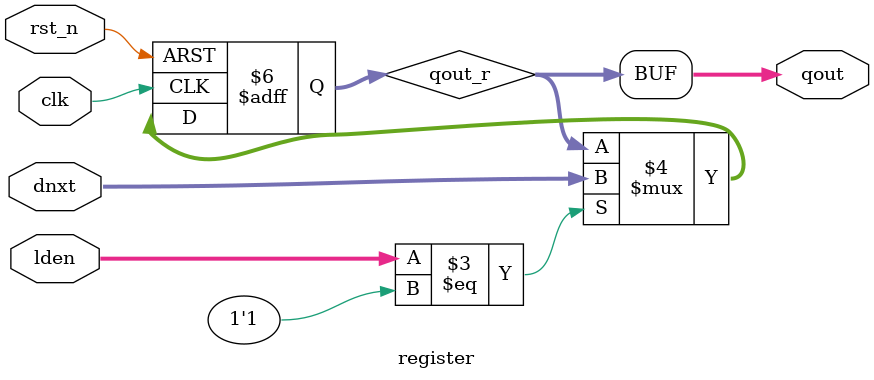
<source format=v>
`timescale 1ns / 1ps

//1.# ???
module register #(parameter DW = 32)
(
    input [DW-1:0] lden,  //input port with len 32
    input [DW-1:0] dnxt,
    output [DW-1:0] qout,  //output port with len 32
    input clk,  //clock pulse port
    input rst_n  //reset signal port
    );
reg [DW-1:0] qout_r;
//if clk get a posedge(rising edge) or rst_n get a negedge(falling edge) do the "always" circle
always @(posedge clk or negedge rst_n)
begin
    if(rst_n ==1'b0)
        qout_r <= {DW{1'b0}};  //reset: give 32 bit 0 to qout_r 
    else
        if(lden == 1'b1)  //if lden == 1
            qout_r <= dnxt;
end

assign qout = qout_r;  //give register's data to output port

endmodule

</source>
